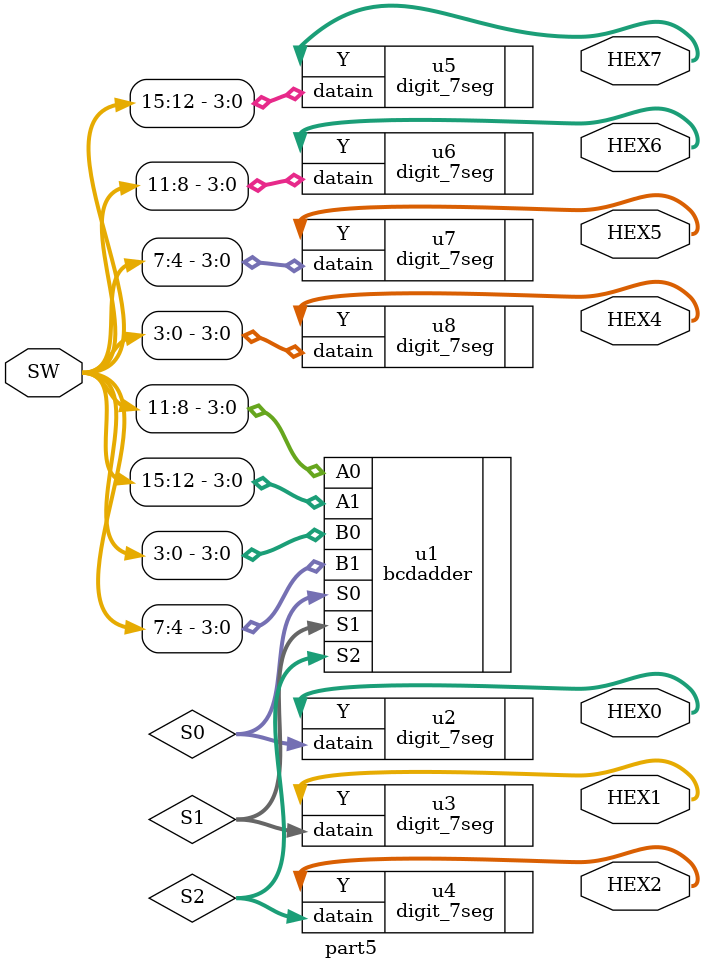
<source format=v>
module part5
  (
    input wire [15:0]SW,
    output wire [6:0]HEX7,HEX6,HEX5,HEX4,HEX2,HEX1,HEX0
  );
  
  wire [3:0]S2,S1,S0;
  
  bcdadder u1(.A1(SW[15:12]),.A0(SW[11:8]),.B1(SW[7:4]),.B0(SW[3:0]),.S2(S2),.S1(S1),.S0(S0));
  digit_7seg u2(.datain(S0),.Y(HEX0));
  digit_7seg u3(.datain(S1),.Y(HEX1));
  digit_7seg u4(.datain(S2),.Y(HEX2));

  digit_7seg u5(.datain(SW[15:12]),.Y(HEX7));
  digit_7seg u6(.datain(SW[11:8]),.Y(HEX6));

  digit_7seg u7(.datain(SW[7:4]),.Y(HEX5));
  digit_7seg u8(.datain(SW[3:0]),.Y(HEX4));

endmodule
</source>
